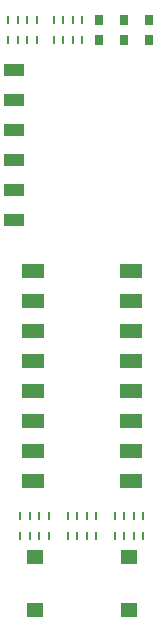
<source format=gbr>
G04 DipTrace 2.4.0.2*
%INTopPaste.gbr*%
%MOMM*%
%ADD33R,1.95X1.3*%
%ADD35R,1.4X1.2*%
%ADD37R,0.25X0.7*%
%ADD43R,0.8X0.9*%
%ADD45R,1.8X1.07*%
%FSLAX53Y53*%
G04*
G71*
G90*
G75*
G01*
%LNTopPaste*%
%LPD*%
D45*
X16626Y57150D3*
Y54610D3*
Y52070D3*
Y49530D3*
Y46990D3*
Y44450D3*
D43*
X23813Y59692D3*
Y61392D3*
X25938Y59692D3*
Y61392D3*
X28063Y59692D3*
Y61392D3*
D37*
X16111Y59689D3*
X16911D3*
X17711D3*
X18511D3*
Y61389D3*
X17711D3*
X16911D3*
X16111D3*
X17131Y17681D3*
X17931D3*
X18731D3*
X19531D3*
Y19381D3*
X18731D3*
X17931D3*
X17131D3*
X27531D3*
X26731D3*
X25931D3*
X25131D3*
Y17681D3*
X25931D3*
X26731D3*
X27531D3*
X23531Y19381D3*
X22731D3*
X21931D3*
X21131D3*
Y17681D3*
X21931D3*
X22731D3*
X23531D3*
X19961Y59689D3*
X20761D3*
X21561D3*
X22361D3*
Y61389D3*
X21561D3*
X20761D3*
X19961D3*
D35*
X26331Y11469D3*
X18331D3*
X26331Y15969D3*
X18331D3*
D33*
X18207Y40139D3*
Y37599D3*
Y35059D3*
Y32519D3*
Y29979D3*
Y27439D3*
Y24899D3*
Y22359D3*
X26467D3*
Y24899D3*
Y27439D3*
Y29979D3*
Y32519D3*
Y35059D3*
Y37599D3*
Y40139D3*
M02*

</source>
